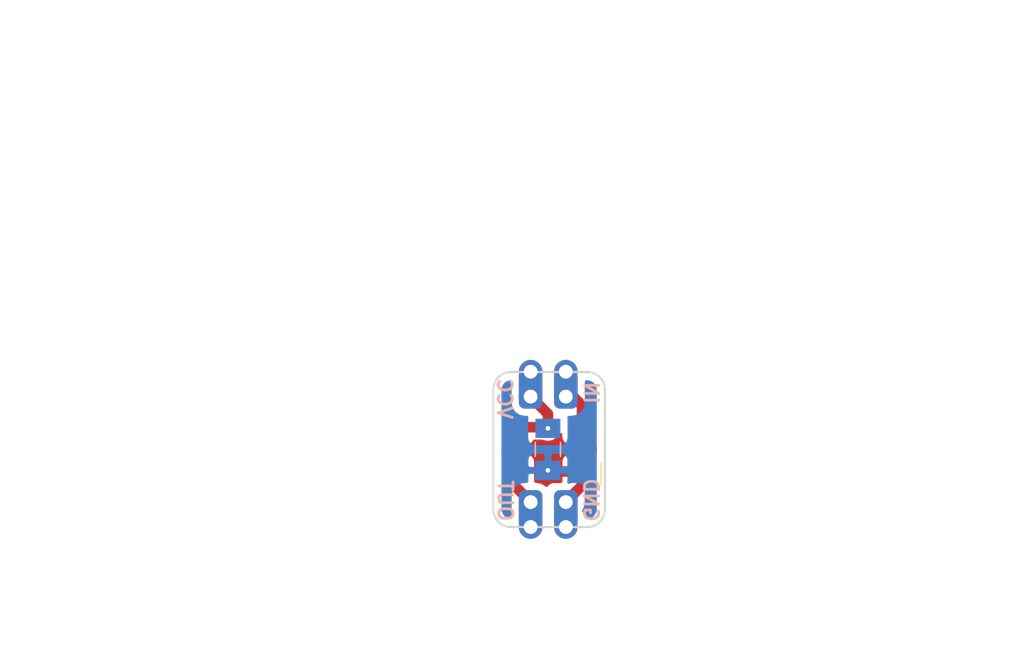
<source format=kicad_pcb>
(kicad_pcb (version 20171130) (host pcbnew 5.0.2-bee76a0~70~ubuntu16.04.1)

  (general
    (thickness 1.6)
    (drawings 29)
    (tracks 18)
    (zones 0)
    (modules 4)
    (nets 5)
  )

  (page USLetter)
  (title_block
    (title "Project Title")
  )

  (layers
    (0 F.Cu signal)
    (31 B.Cu signal)
    (34 B.Paste user)
    (35 F.Paste user)
    (36 B.SilkS user)
    (37 F.SilkS user)
    (38 B.Mask user)
    (39 F.Mask user)
    (44 Edge.Cuts user)
    (46 B.CrtYd user)
    (47 F.CrtYd user)
    (48 B.Fab user)
    (49 F.Fab user)
  )

  (setup
    (last_trace_width 0.254)
    (user_trace_width 0.1524)
    (user_trace_width 0.254)
    (user_trace_width 0.3302)
    (user_trace_width 0.508)
    (user_trace_width 0.762)
    (user_trace_width 1.27)
    (trace_clearance 0.254)
    (zone_clearance 0.508)
    (zone_45_only no)
    (trace_min 0.1524)
    (segment_width 0.1524)
    (edge_width 0.1524)
    (via_size 0.6858)
    (via_drill 0.3302)
    (via_min_size 0.6858)
    (via_min_drill 0.3302)
    (user_via 0.6858 0.3302)
    (user_via 0.762 0.4064)
    (user_via 0.8636 0.508)
    (uvia_size 0.6858)
    (uvia_drill 0.3302)
    (uvias_allowed no)
    (uvia_min_size 0)
    (uvia_min_drill 0)
    (pcb_text_width 0.1524)
    (pcb_text_size 1.016 1.016)
    (mod_edge_width 0.1524)
    (mod_text_size 1.016 1.016)
    (mod_text_width 0.1524)
    (pad_size 1.524 1.524)
    (pad_drill 0.762)
    (pad_to_mask_clearance 0.0762)
    (solder_mask_min_width 0.1016)
    (pad_to_paste_clearance -0.0762)
    (aux_axis_origin 0 0)
    (visible_elements FFFFDF7D)
    (pcbplotparams
      (layerselection 0x00030_7ffffffe)
      (usegerberextensions true)
      (usegerberattributes false)
      (usegerberadvancedattributes false)
      (creategerberjobfile false)
      (excludeedgelayer true)
      (linewidth 0.100000)
      (plotframeref false)
      (viasonmask false)
      (mode 1)
      (useauxorigin false)
      (hpglpennumber 1)
      (hpglpenspeed 20)
      (hpglpendiameter 15.000000)
      (psnegative false)
      (psa4output false)
      (plotreference true)
      (plotvalue false)
      (plotinvisibletext false)
      (padsonsilk false)
      (subtractmaskfromsilk false)
      (outputformat 3)
      (mirror false)
      (drillshape 0)
      (scaleselection 1)
      (outputdirectory "/home/greynaga/Documentos/GitHub/Varios/ws2812b_reverse/01/dxf/"))
  )

  (net 0 "")
  (net 1 VCC)
  (net 2 "Net-(J1-Pad2)")
  (net 3 GND)
  (net 4 "Net-(J2-Pad1)")

  (net_class Default "This is the default net class."
    (clearance 0.254)
    (trace_width 0.254)
    (via_dia 0.6858)
    (via_drill 0.3302)
    (uvia_dia 0.6858)
    (uvia_drill 0.3302)
    (add_net GND)
    (add_net "Net-(J1-Pad2)")
    (add_net "Net-(J2-Pad1)")
    (add_net VCC)
  )

  (module neo-reverse:LED-RGB-5050-SMD (layer F.Cu) (tedit 5C112960) (tstamp 5C10EB18)
    (at 144.145 107.315)
    (path /5C1015C7)
    (fp_text reference LED1 (at 0.025 0) (layer F.Fab)
      (effects (font (size 1 1) (thickness 0.15)))
    )
    (fp_text value LED-RGB-WS2812B-4SMD (at -0.0508 4.4704) (layer F.Fab) hide
      (effects (font (size 1 1) (thickness 0.15)))
    )
    (fp_text user %R (at -0.0254 -4.191) (layer F.Fab) hide
      (effects (font (size 1 1) (thickness 0.15)))
    )
    (fp_line (start 3.81 -2.921) (end -3.81 -2.921) (layer F.Fab) (width 0.05))
    (fp_line (start -3.81 -2.921) (end -3.81 3.048) (layer F.Fab) (width 0.05))
    (fp_line (start -3.81 3.048) (end 2.413 3.048) (layer F.Fab) (width 0.05))
    (fp_line (start 3.81 1.143) (end 3.81 -2.921) (layer F.Fab) (width 0.05))
    (fp_line (start 3.81 1.0146) (end 3.81 2.5146) (layer F.SilkS) (width 0.15))
    (fp_circle (center 2.45 1.65) (end 2.5 1.8) (layer F.Fab) (width 0.05))
    (fp_line (start 2.413 3.048) (end 3.81 1.143) (layer F.Fab) (width 0.0464))
    (pad 4 smd rect (at -2.4384 1.6) (size 1.8 1.4) (layers F.Cu F.Paste F.Mask)
      (net 4 "Net-(J2-Pad1)"))
    (pad 3 smd rect (at -2.4384 -1.6) (size 1.8 1.4) (layers F.Cu F.Paste F.Mask)
      (net 1 VCC))
    (pad 2 smd rect (at 2.4384 -1.6) (size 1.8 1.4) (layers F.Cu F.Paste F.Mask)
      (net 2 "Net-(J1-Pad2)"))
    (pad 1 smd rect (at 2.4384 1.6) (size 1.8 1.4) (layers F.Cu F.Paste F.Mask)
      (net 3 GND))
    (model ${KISYS3DMOD}/LEDs.3dshapes/WS2812B.wrl
      (at (xyz 0 0 0))
      (scale (xyz 0.3937 0.3937 0.3937))
      (rotate (xyz 0 0 90))
    )
  )

  (module Capacitor_SMD:C_1206_3216Metric_Pad1.39x1.80mm_HandSolder (layer B.Cu) (tedit 5C1D4791) (tstamp 5C10FB4B)
    (at 144.1196 107.315 270)
    (descr "Capacitor SMD 1206 (3216 Metric), square (rectangular) end terminal, IPC_7351 nominal with elongated pad for handsoldering. (Body size source: http://www.tortai-tech.com/upload/download/2011102023233369053.pdf), generated with kicad-footprint-generator")
    (tags "capacitor handsolder")
    (path /5C10CDA9)
    (attr smd)
    (fp_text reference C1 (at 0.0762 -1.905 90) (layer B.SilkS) hide
      (effects (font (size 1 1) (thickness 0.15)) (justify mirror))
    )
    (fp_text value 0.1uF (at 0 -1.85 270) (layer B.Fab)
      (effects (font (size 1 1) (thickness 0.15)) (justify mirror))
    )
    (fp_line (start -1.6 -0.8) (end -1.6 0.8) (layer B.Fab) (width 0.1))
    (fp_line (start -1.6 0.8) (end 1.6 0.8) (layer B.Fab) (width 0.1))
    (fp_line (start 1.6 0.8) (end 1.6 -0.8) (layer B.Fab) (width 0.1))
    (fp_line (start 1.6 -0.8) (end -1.6 -0.8) (layer B.Fab) (width 0.1))
    (fp_line (start -0.5 0.91) (end 0.5 0.91) (layer B.SilkS) (width 0.12))
    (fp_line (start -0.5 -0.91) (end 0.5 -0.91) (layer B.SilkS) (width 0.12))
    (fp_line (start -2.46 -1.15) (end -2.46 1.15) (layer B.CrtYd) (width 0.05))
    (fp_line (start -2.46 1.15) (end 2.46 1.15) (layer B.CrtYd) (width 0.05))
    (fp_line (start 2.46 1.15) (end 2.46 -1.15) (layer B.CrtYd) (width 0.05))
    (fp_line (start 2.46 -1.15) (end -2.46 -1.15) (layer B.CrtYd) (width 0.05))
    (fp_text user %R (at 0 0 270) (layer B.Fab)
      (effects (font (size 0.8 0.8) (thickness 0.12)) (justify mirror))
    )
    (pad 1 smd rect (at -1.5175 0 270) (size 1.395 1.8) (layers B.Cu B.Paste B.Mask)
      (net 1 VCC))
    (pad 2 smd rect (at 1.5175 0 270) (size 1.395 1.8) (layers B.Cu B.Paste B.Mask)
      (net 3 GND))
    (model ${KISYS3DMOD}/Capacitor_SMD.3dshapes/C_1206_3216Metric.wrl
      (at (xyz 0 0 0))
      (scale (xyz 1 1 1))
      (rotate (xyz 0 0 0))
    )
  )

  (module neo-reverse:Pin_half-02x02_P2.54mm (layer F.Cu) (tedit 5C2E21E2) (tstamp 5C4C5289)
    (at 142.875 103.505 90)
    (descr "Through hole straight pin header, 1x02, 2.54mm pitch, single row")
    (tags "Through hole pin header THT 1x02 2.54mm single row")
    (path /5C103029)
    (fp_text reference J1 (at 0 -2.33 90) (layer F.Fab)
      (effects (font (size 1 1) (thickness 0.15)))
    )
    (fp_text value CONN_01X02 (at 0 5.6896 90) (layer F.Fab)
      (effects (font (size 1 1) (thickness 0.15)))
    )
    (fp_line (start -1.1176 -1.8) (end -1.1176 4.35) (layer F.CrtYd) (width 0.05))
    (fp_line (start -1.1176 4.35) (end 2.8194 4.35) (layer F.CrtYd) (width 0.05))
    (fp_line (start 2.8194 4.35) (end 2.8194 -1.8) (layer F.CrtYd) (width 0.05))
    (fp_line (start 2.8194 -1.8) (end -1.1176 -1.8) (layer F.CrtYd) (width 0.05))
    (fp_text user %R (at 0 1.27 180) (layer F.Fab)
      (effects (font (size 1 1) (thickness 0.15)))
    )
    (pad 1 thru_hole oval (at 0 0 90) (size 1.7 1.7) (drill 1) (layers *.Cu *.Mask)
      (net 1 VCC))
    (pad 2 thru_hole oval (at 0 2.54 90) (size 1.7 1.7) (drill 1) (layers *.Cu *.Mask)
      (net 2 "Net-(J1-Pad2)"))
    (pad 1 thru_hole oval (at 1.8 0 90) (size 1.7 1.7) (drill 1) (layers *.Cu *.Mask)
      (net 1 VCC))
    (pad 2 thru_hole oval (at 1.8 2.54 90) (size 1.7 1.7) (drill 1) (layers *.Cu *.Mask)
      (net 2 "Net-(J1-Pad2)"))
    (pad 1 smd roundrect (at 0.5334 0 90) (size 2.8 1.7) (layers F.Cu F.Mask) (roundrect_rratio 0.25)
      (net 1 VCC))
    (pad 1 smd roundrect (at 0.5334 0 90) (size 2.8 1.7) (layers B.Cu B.Mask) (roundrect_rratio 0.25)
      (net 1 VCC))
    (pad 2 smd roundrect (at 0.5334 2.54 90) (size 2.8 1.7) (layers F.Cu F.Mask) (roundrect_rratio 0.25)
      (net 2 "Net-(J1-Pad2)"))
    (pad 2 smd roundrect (at 0.5334 2.54 90) (size 2.8 1.7) (layers B.Cu B.Mask) (roundrect_rratio 0.25)
      (net 2 "Net-(J1-Pad2)"))
  )

  (module neo-reverse:Pin_half-02x02_P2.54mm (layer B.Cu) (tedit 5C2E220B) (tstamp 5C4C529A)
    (at 142.875 111.125 270)
    (descr "Through hole straight pin header, 1x02, 2.54mm pitch, single row")
    (tags "Through hole pin header THT 1x02 2.54mm single row")
    (path /5C106126)
    (fp_text reference J2 (at 0 2.33 270) (layer B.Fab)
      (effects (font (size 1 1) (thickness 0.15)) (justify mirror))
    )
    (fp_text value CONN_01X02 (at 0 -5.6896 270) (layer B.Fab)
      (effects (font (size 1 1) (thickness 0.15)) (justify mirror))
    )
    (fp_text user %R (at 0 -1.27 180) (layer B.Fab)
      (effects (font (size 1 1) (thickness 0.15)) (justify mirror))
    )
    (fp_line (start 2.8194 1.8) (end -1.1176 1.8) (layer B.CrtYd) (width 0.05))
    (fp_line (start 2.8194 -4.35) (end 2.8194 1.8) (layer B.CrtYd) (width 0.05))
    (fp_line (start -1.1176 -4.35) (end 2.8194 -4.35) (layer B.CrtYd) (width 0.05))
    (fp_line (start -1.1176 1.8) (end -1.1176 -4.35) (layer B.CrtYd) (width 0.05))
    (pad 2 smd roundrect (at 0.5334 -2.54 270) (size 2.8 1.7) (layers F.Cu F.Mask) (roundrect_rratio 0.25)
      (net 3 GND))
    (pad 2 smd roundrect (at 0.5334 -2.54 270) (size 2.8 1.7) (layers B.Cu B.Mask) (roundrect_rratio 0.25)
      (net 3 GND))
    (pad 1 smd roundrect (at 0.5334 0 270) (size 2.8 1.7) (layers F.Cu F.Mask) (roundrect_rratio 0.25)
      (net 4 "Net-(J2-Pad1)"))
    (pad 1 smd roundrect (at 0.5334 0 270) (size 2.8 1.7) (layers B.Cu B.Mask) (roundrect_rratio 0.25)
      (net 4 "Net-(J2-Pad1)"))
    (pad 2 thru_hole oval (at 1.8 -2.54 270) (size 1.7 1.7) (drill 1) (layers *.Cu *.Mask)
      (net 3 GND))
    (pad 1 thru_hole oval (at 1.8 0 270) (size 1.7 1.7) (drill 1) (layers *.Cu *.Mask)
      (net 4 "Net-(J2-Pad1)"))
    (pad 2 thru_hole oval (at 0 -2.54 270) (size 1.7 1.7) (drill 1) (layers *.Cu *.Mask)
      (net 3 GND))
    (pad 1 thru_hole oval (at 0 0 270) (size 1.7 1.7) (drill 1) (layers *.Cu *.Mask)
      (net 4 "Net-(J2-Pad1)"))
  )

  (gr_text VCC (at 140.9954 103.6574 270) (layer B.SilkS) (tstamp 5C1035EC)
    (effects (font (size 1.016 1.016) (thickness 0.2)) (justify mirror))
  )
  (gr_text IN (at 147.2438 103.2256 270) (layer B.SilkS) (tstamp 5C1035DE)
    (effects (font (size 1.016 1.016) (thickness 0.2)) (justify mirror))
  )
  (gr_text OUT (at 141.0462 111.0234 270) (layer B.SilkS) (tstamp 5C1035D2)
    (effects (font (size 1.016 1.016) (thickness 0.2)) (justify mirror))
  )
  (gr_text GND (at 147.2184 110.9726 270) (layer B.SilkS)
    (effects (font (size 1.016 1.016) (thickness 0.2)) (justify mirror))
  )
  (gr_arc (start 146.9644 111.6584) (end 146.9644 112.9284) (angle -90) (layer Edge.Cuts) (width 0.1524) (tstamp 5C10FBF7))
  (gr_arc (start 141.4526 111.6584) (end 140.1826 111.6584) (angle -90) (layer Edge.Cuts) (width 0.1524) (tstamp 5C10FBF4))
  (gr_arc (start 141.4526 102.997) (end 141.4526 101.727) (angle -90) (layer Edge.Cuts) (width 0.1524) (tstamp 5C10FBF0))
  (gr_arc (start 146.9644 102.997) (end 148.2344 102.997) (angle -90) (layer Edge.Cuts) (width 0.1524))
  (gr_line (start 148.2344 111.6584) (end 148.2344 102.997) (layer Edge.Cuts) (width 0.1524) (tstamp 5C10EB38))
  (gr_line (start 141.4526 112.9284) (end 146.9644 112.9284) (layer Edge.Cuts) (width 0.1524))
  (gr_line (start 140.1826 102.997) (end 140.1826 111.6584) (layer Edge.Cuts) (width 0.1524))
  (gr_line (start 146.9644 101.727) (end 141.4526 101.727) (layer Edge.Cuts) (width 0.1524))
  (gr_circle (center 117.348 76.962) (end 118.618 76.962) (layer Dwgs.User) (width 0.15))
  (gr_line (start 114.427 78.994) (end 114.427 74.93) (angle 90) (layer Dwgs.User) (width 0.15))
  (gr_line (start 120.269 78.994) (end 114.427 78.994) (angle 90) (layer Dwgs.User) (width 0.15))
  (gr_line (start 120.269 74.93) (end 120.269 78.994) (angle 90) (layer Dwgs.User) (width 0.15))
  (gr_line (start 114.427 74.93) (end 120.269 74.93) (angle 90) (layer Dwgs.User) (width 0.15))
  (gr_line (start 120.523 93.98) (end 104.648 93.98) (angle 90) (layer Dwgs.User) (width 0.15))
  (gr_line (start 173.355 102.235) (end 173.355 94.615) (angle 90) (layer Dwgs.User) (width 0.15))
  (gr_line (start 178.435 102.235) (end 173.355 102.235) (angle 90) (layer Dwgs.User) (width 0.15))
  (gr_line (start 178.435 94.615) (end 178.435 102.235) (angle 90) (layer Dwgs.User) (width 0.15))
  (gr_line (start 173.355 94.615) (end 178.435 94.615) (angle 90) (layer Dwgs.User) (width 0.15))
  (gr_line (start 109.093 123.19) (end 109.093 114.3) (angle 90) (layer Dwgs.User) (width 0.15))
  (gr_line (start 122.428 123.19) (end 109.093 123.19) (angle 90) (layer Dwgs.User) (width 0.15))
  (gr_line (start 122.428 114.3) (end 122.428 123.19) (angle 90) (layer Dwgs.User) (width 0.15))
  (gr_line (start 109.093 114.3) (end 122.428 114.3) (angle 90) (layer Dwgs.User) (width 0.15))
  (gr_line (start 104.648 93.98) (end 104.648 82.55) (angle 90) (layer Dwgs.User) (width 0.15))
  (gr_line (start 120.523 82.55) (end 120.523 93.98) (angle 90) (layer Dwgs.User) (width 0.15))
  (gr_line (start 104.648 82.55) (end 120.523 82.55) (angle 90) (layer Dwgs.User) (width 0.15))

  (segment (start 141.8082 105.6134) (end 141.7066 105.715) (width 0.762) (layer F.Cu) (net 1))
  (segment (start 144.0371 105.715) (end 144.1196 105.7975) (width 0.762) (layer F.Cu) (net 1))
  (via (at 144.1196 105.7975) (size 0.6858) (drill 0.3302) (layers F.Cu B.Cu) (net 1))
  (segment (start 141.7066 105.715) (end 144.0371 105.715) (width 0.762) (layer F.Cu) (net 1))
  (segment (start 144.1196 104.7496) (end 144.1196 105.7975) (width 0.762) (layer F.Cu) (net 1))
  (segment (start 142.875 103.505) (end 144.1196 104.7496) (width 0.762) (layer F.Cu) (net 1))
  (segment (start 146.33571 103.89231) (end 145.415 102.9716) (width 0.762) (layer F.Cu) (net 2))
  (segment (start 146.5834 104.14) (end 146.33571 103.89231) (width 0.762) (layer F.Cu) (net 2))
  (segment (start 146.5834 105.715) (end 146.5834 104.14) (width 0.762) (layer F.Cu) (net 2))
  (segment (start 146.5834 108.915) (end 146.5834 108.915) (width 0.762) (layer F.Cu) (net 3))
  (segment (start 146.5834 109.9346) (end 145.415 111.103) (width 0.762) (layer F.Cu) (net 3))
  (segment (start 146.5834 108.915) (end 146.5834 109.9346) (width 0.762) (layer F.Cu) (net 3))
  (segment (start 144.2021 108.915) (end 144.1196 108.8325) (width 0.762) (layer F.Cu) (net 3))
  (via (at 144.1196 108.8325) (size 0.6858) (drill 0.3302) (layers F.Cu B.Cu) (net 3))
  (segment (start 146.5834 108.915) (end 144.2021 108.915) (width 0.762) (layer F.Cu) (net 3))
  (segment (start 141.8082 108.8134) (end 141.7066 108.915) (width 0.762) (layer F.Cu) (net 4))
  (segment (start 141.7066 109.9346) (end 142.875 111.103) (width 0.762) (layer F.Cu) (net 4))
  (segment (start 141.7066 108.915) (end 141.7066 109.9346) (width 0.762) (layer F.Cu) (net 4))

  (zone (net 3) (net_name GND) (layer F.Cu) (tstamp 0) (hatch edge 0.508)
    (connect_pads (clearance 0.508))
    (min_thickness 0.254)
    (fill yes (arc_segments 16) (thermal_gap 0.508) (thermal_bridge_width 0.508))
    (polygon
      (pts
        (xy 139.065 100.33) (xy 149.225 100.33) (xy 149.225 114.3) (xy 139.065 114.3)
      )
    )
    (filled_polygon
      (pts
        (xy 145.03596 106.415) (xy 145.085243 106.662765) (xy 145.225591 106.872809) (xy 145.435635 107.013157) (xy 145.6834 107.06244)
        (xy 147.4834 107.06244) (xy 147.523201 107.054523) (xy 147.5232 107.58) (xy 146.86915 107.58) (xy 146.7104 107.73875)
        (xy 146.7104 108.788) (xy 146.7304 108.788) (xy 146.7304 109.042) (xy 146.7104 109.042) (xy 146.7104 109.062)
        (xy 146.4564 109.062) (xy 146.4564 109.042) (xy 145.20715 109.042) (xy 145.0484 109.20075) (xy 145.0484 109.6234)
        (xy 144.43869 109.6234) (xy 144.205301 109.720073) (xy 144.026673 109.898702) (xy 144.024981 109.902787) (xy 143.710405 109.692595)
        (xy 143.3 109.61096) (xy 143.25404 109.61096) (xy 143.25404 108.215) (xy 143.228916 108.08869) (xy 145.0484 108.08869)
        (xy 145.0484 108.62925) (xy 145.20715 108.788) (xy 146.4564 108.788) (xy 146.4564 107.73875) (xy 146.29765 107.58)
        (xy 145.557091 107.58) (xy 145.323702 107.676673) (xy 145.145073 107.855301) (xy 145.0484 108.08869) (xy 143.228916 108.08869)
        (xy 143.204757 107.967235) (xy 143.064409 107.757191) (xy 142.854365 107.616843) (xy 142.6066 107.56756) (xy 140.8938 107.56756)
        (xy 140.8938 107.06244) (xy 142.6066 107.06244) (xy 142.854365 107.013157) (xy 143.064409 106.872809) (xy 143.159163 106.731)
        (xy 143.687931 106.731) (xy 143.723178 106.754551) (xy 144.1196 106.833404) (xy 144.516023 106.754551) (xy 144.852095 106.529995)
        (xy 145.03596 106.254821)
      )
    )
  )
  (zone (net 3) (net_name GND) (layer B.Cu) (tstamp 0) (hatch edge 0.508)
    (connect_pads (clearance 0.508))
    (min_thickness 0.254)
    (fill yes (arc_segments 16) (thermal_gap 0.508) (thermal_bridge_width 0.508))
    (polygon
      (pts
        (xy 139.065 100.33) (xy 149.225 100.33) (xy 149.225 114.3) (xy 139.065 114.3)
      )
    )
    (filled_polygon
      (pts
        (xy 147.151769 102.482209) (xy 147.316535 102.577338) (xy 147.438834 102.723088) (xy 147.514772 102.931726) (xy 147.523201 103.028065)
        (xy 147.5232 111.59618) (xy 147.479191 111.845767) (xy 147.384062 112.010536) (xy 147.238313 112.132834) (xy 147.029675 112.208772)
        (xy 146.933345 112.2172) (xy 146.9 112.2172) (xy 146.9 111.94415) (xy 146.74125 111.7854) (xy 146.713951 111.7854)
        (xy 146.856486 111.481892) (xy 146.833862 111.438788) (xy 146.9 111.37265) (xy 146.9 110.132091) (xy 146.803327 109.898702)
        (xy 146.624699 109.720073) (xy 146.39131 109.6234) (xy 145.70075 109.6234) (xy 145.645237 109.678913) (xy 145.6546 109.656309)
        (xy 145.6546 109.11825) (xy 145.49585 108.9595) (xy 144.2466 108.9595) (xy 144.2466 108.9795) (xy 143.9926 108.9795)
        (xy 143.9926 108.9595) (xy 142.74335 108.9595) (xy 142.5846 109.11825) (xy 142.5846 109.61096) (xy 142.45 109.61096)
        (xy 142.039595 109.692595) (xy 141.69167 109.92507) (xy 141.459195 110.272995) (xy 141.37756 110.6834) (xy 141.37756 111.041284)
        (xy 141.360908 111.125) (xy 141.37756 111.208716) (xy 141.37756 112.192998) (xy 141.265233 112.173191) (xy 141.100464 112.078062)
        (xy 140.978166 111.932313) (xy 140.902228 111.723675) (xy 140.8938 111.627345) (xy 140.8938 108.008691) (xy 142.5846 108.008691)
        (xy 142.5846 108.54675) (xy 142.74335 108.7055) (xy 143.9926 108.7055) (xy 143.9926 107.65875) (xy 144.2466 107.65875)
        (xy 144.2466 108.7055) (xy 145.49585 108.7055) (xy 145.6546 108.54675) (xy 145.6546 108.008691) (xy 145.557927 107.775302)
        (xy 145.379299 107.596673) (xy 145.14591 107.5) (xy 144.40535 107.5) (xy 144.2466 107.65875) (xy 143.9926 107.65875)
        (xy 143.83385 107.5) (xy 143.09329 107.5) (xy 142.859901 107.596673) (xy 142.681273 107.775302) (xy 142.5846 108.008691)
        (xy 140.8938 108.008691) (xy 140.8938 103.059219) (xy 140.937809 102.809631) (xy 141.032938 102.644865) (xy 141.178688 102.522566)
        (xy 141.37756 102.450182) (xy 141.37756 103.421284) (xy 141.360908 103.505) (xy 141.37756 103.588716) (xy 141.37756 103.9466)
        (xy 141.459195 104.357005) (xy 141.69167 104.70493) (xy 142.039595 104.937405) (xy 142.45 105.01904) (xy 142.588264 105.01904)
        (xy 142.57216 105.1) (xy 142.57216 106.495) (xy 142.621443 106.742765) (xy 142.761791 106.952809) (xy 142.971835 107.093157)
        (xy 143.2196 107.14244) (xy 145.0196 107.14244) (xy 145.267365 107.093157) (xy 145.477409 106.952809) (xy 145.617757 106.742765)
        (xy 145.66704 106.495) (xy 145.66704 105.1) (xy 145.650936 105.01904) (xy 145.84 105.01904) (xy 146.250405 104.937405)
        (xy 146.59833 104.70493) (xy 146.830805 104.357005) (xy 146.91244 103.9466) (xy 146.91244 103.588716) (xy 146.929092 103.505)
        (xy 146.91244 103.421284) (xy 146.91244 102.440009)
      )
    )
  )
)

</source>
